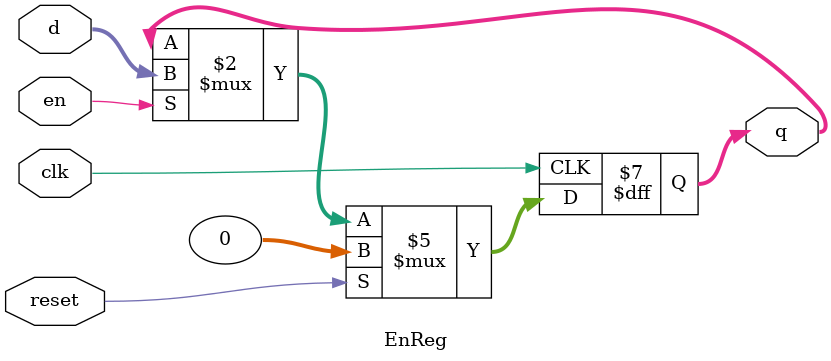
<source format=sv>
module EnReg #(parameter N=32)(
	input logic clk, reset, en,
	input logic [N:1] d,
	output logic [N:1] q
);			
	always_ff @(posedge clk)
		if(reset)	q<=0;
		else if(en) 	q<=d;
endmodule 


</source>
